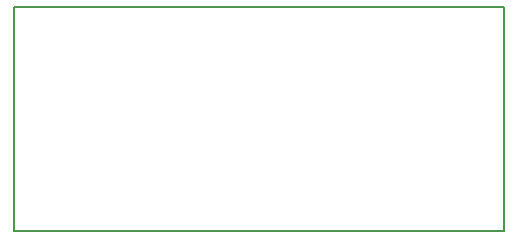
<source format=gm1>
%FSLAX25Y25*%
%MOIN*%
G70*
G01*
G75*
G04 Layer_Color=16711935*
%ADD10C,0.00787*%
%ADD11R,0.03937X0.05906*%
%ADD12R,0.03543X0.00984*%
%ADD13O,0.06890X0.00787*%
%ADD14O,0.00787X0.06890*%
%ADD15O,0.01181X0.06890*%
%ADD16R,0.07874X0.01969*%
%ADD17R,0.07874X0.07874*%
%ADD18R,0.15748X0.04724*%
%ADD19O,0.08661X0.02362*%
%ADD20R,0.05906X0.03937*%
%ADD21R,0.04921X0.07874*%
%ADD22C,0.01575*%
%ADD23R,0.03740X0.08465*%
%ADD24R,0.12795X0.08465*%
%ADD25R,0.05906X0.08661*%
%ADD26C,0.00591*%
%ADD27R,0.15354X0.03937*%
%ADD28R,0.02000X0.06000*%
%ADD29R,0.05512X0.05906*%
%ADD30R,0.00787X0.05906*%
%ADD31R,0.04537X0.06506*%
%ADD32R,0.04143X0.01584*%
%ADD33O,0.07490X0.01387*%
%ADD34O,0.01387X0.07490*%
%ADD35O,0.01781X0.07490*%
%ADD36R,0.08474X0.02569*%
%ADD37R,0.08474X0.08474*%
%ADD38R,0.16348X0.05324*%
%ADD39O,0.09261X0.02962*%
%ADD40R,0.06506X0.04537*%
%ADD41R,0.05521X0.08474*%
%ADD42R,0.04340X0.09065*%
%ADD43R,0.13395X0.09065*%
%ADD44R,0.06506X0.09261*%
%ADD45R,0.06000X0.02000*%
%ADD46R,0.14764X0.07874*%
D10*
X9843Y0D02*
Y74803D01*
X173228D01*
Y0D02*
Y74803D01*
X9843Y0D02*
X173228D01*
M02*

</source>
